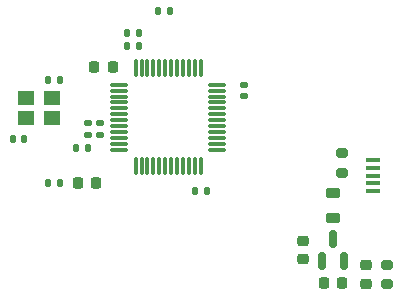
<source format=gbr>
%TF.GenerationSoftware,KiCad,Pcbnew,(6.0.9)*%
%TF.CreationDate,2023-03-20T19:11:49+01:00*%
%TF.ProjectId,STM32F103_prjct2,53544d33-3246-4313-9033-5f70726a6374,rev?*%
%TF.SameCoordinates,Original*%
%TF.FileFunction,Paste,Top*%
%TF.FilePolarity,Positive*%
%FSLAX46Y46*%
G04 Gerber Fmt 4.6, Leading zero omitted, Abs format (unit mm)*
G04 Created by KiCad (PCBNEW (6.0.9)) date 2023-03-20 19:11:49*
%MOMM*%
%LPD*%
G01*
G04 APERTURE LIST*
G04 Aperture macros list*
%AMRoundRect*
0 Rectangle with rounded corners*
0 $1 Rounding radius*
0 $2 $3 $4 $5 $6 $7 $8 $9 X,Y pos of 4 corners*
0 Add a 4 corners polygon primitive as box body*
4,1,4,$2,$3,$4,$5,$6,$7,$8,$9,$2,$3,0*
0 Add four circle primitives for the rounded corners*
1,1,$1+$1,$2,$3*
1,1,$1+$1,$4,$5*
1,1,$1+$1,$6,$7*
1,1,$1+$1,$8,$9*
0 Add four rect primitives between the rounded corners*
20,1,$1+$1,$2,$3,$4,$5,0*
20,1,$1+$1,$4,$5,$6,$7,0*
20,1,$1+$1,$6,$7,$8,$9,0*
20,1,$1+$1,$8,$9,$2,$3,0*%
G04 Aperture macros list end*
%ADD10R,1.400000X1.200000*%
%ADD11RoundRect,0.075000X-0.662500X-0.075000X0.662500X-0.075000X0.662500X0.075000X-0.662500X0.075000X0*%
%ADD12RoundRect,0.075000X-0.075000X-0.662500X0.075000X-0.662500X0.075000X0.662500X-0.075000X0.662500X0*%
%ADD13RoundRect,0.150000X0.150000X-0.587500X0.150000X0.587500X-0.150000X0.587500X-0.150000X-0.587500X0*%
%ADD14RoundRect,0.135000X0.135000X0.185000X-0.135000X0.185000X-0.135000X-0.185000X0.135000X-0.185000X0*%
%ADD15RoundRect,0.200000X-0.275000X0.200000X-0.275000X-0.200000X0.275000X-0.200000X0.275000X0.200000X0*%
%ADD16RoundRect,0.135000X-0.135000X-0.185000X0.135000X-0.185000X0.135000X0.185000X-0.135000X0.185000X0*%
%ADD17RoundRect,0.147500X-0.147500X-0.172500X0.147500X-0.172500X0.147500X0.172500X-0.147500X0.172500X0*%
%ADD18R,1.300000X0.450000*%
%ADD19RoundRect,0.218750X-0.381250X0.218750X-0.381250X-0.218750X0.381250X-0.218750X0.381250X0.218750X0*%
%ADD20RoundRect,0.218750X-0.218750X-0.256250X0.218750X-0.256250X0.218750X0.256250X-0.218750X0.256250X0*%
%ADD21RoundRect,0.218750X-0.256250X0.218750X-0.256250X-0.218750X0.256250X-0.218750X0.256250X0.218750X0*%
%ADD22RoundRect,0.140000X0.170000X-0.140000X0.170000X0.140000X-0.170000X0.140000X-0.170000X-0.140000X0*%
%ADD23RoundRect,0.140000X-0.140000X-0.170000X0.140000X-0.170000X0.140000X0.170000X-0.140000X0.170000X0*%
%ADD24RoundRect,0.140000X0.140000X0.170000X-0.140000X0.170000X-0.140000X-0.170000X0.140000X-0.170000X0*%
%ADD25RoundRect,0.140000X-0.170000X0.140000X-0.170000X-0.140000X0.170000X-0.140000X0.170000X0.140000X0*%
%ADD26RoundRect,0.225000X0.225000X0.250000X-0.225000X0.250000X-0.225000X-0.250000X0.225000X-0.250000X0*%
%ADD27RoundRect,0.225000X-0.250000X0.225000X-0.250000X-0.225000X0.250000X-0.225000X0.250000X0.225000X0*%
G04 APERTURE END LIST*
D10*
%TO.C,Y1*%
X152700000Y-77150000D03*
X150500000Y-77150000D03*
X150500000Y-78850000D03*
X152700000Y-78850000D03*
%TD*%
D11*
%TO.C,U2*%
X158397500Y-75990000D03*
X158397500Y-76490000D03*
X158397500Y-76990000D03*
X158397500Y-77490000D03*
X158397500Y-77990000D03*
X158397500Y-78490000D03*
X158397500Y-78990000D03*
X158397500Y-79490000D03*
X158397500Y-79990000D03*
X158397500Y-80490000D03*
X158397500Y-80990000D03*
X158397500Y-81490000D03*
D12*
X159810000Y-82902500D03*
X160310000Y-82902500D03*
X160810000Y-82902500D03*
X161310000Y-82902500D03*
X161810000Y-82902500D03*
X162310000Y-82902500D03*
X162810000Y-82902500D03*
X163310000Y-82902500D03*
X163810000Y-82902500D03*
X164310000Y-82902500D03*
X164810000Y-82902500D03*
X165310000Y-82902500D03*
D11*
X166722500Y-81490000D03*
X166722500Y-80990000D03*
X166722500Y-80490000D03*
X166722500Y-79990000D03*
X166722500Y-79490000D03*
X166722500Y-78990000D03*
X166722500Y-78490000D03*
X166722500Y-77990000D03*
X166722500Y-77490000D03*
X166722500Y-76990000D03*
X166722500Y-76490000D03*
X166722500Y-75990000D03*
D12*
X165310000Y-74577500D03*
X164810000Y-74577500D03*
X164310000Y-74577500D03*
X163810000Y-74577500D03*
X163310000Y-74577500D03*
X162810000Y-74577500D03*
X162310000Y-74577500D03*
X161810000Y-74577500D03*
X161310000Y-74577500D03*
X160810000Y-74577500D03*
X160310000Y-74577500D03*
X159810000Y-74577500D03*
%TD*%
D13*
%TO.C,U1*%
X175590000Y-90950500D03*
X177490000Y-90950500D03*
X176540000Y-89075500D03*
%TD*%
D14*
%TO.C,R4*%
X153418000Y-84328000D03*
X152398000Y-84328000D03*
%TD*%
D15*
%TO.C,R3*%
X177300000Y-83425000D03*
X177300000Y-81775000D03*
%TD*%
D16*
%TO.C,R2*%
X161740000Y-69750000D03*
X162760000Y-69750000D03*
%TD*%
D15*
%TO.C,R1*%
X181112000Y-91220000D03*
X181112000Y-92870000D03*
%TD*%
D17*
%TO.C,L1*%
X154795000Y-81320000D03*
X155765000Y-81320000D03*
%TD*%
D18*
%TO.C,J1*%
X179906000Y-82386000D03*
X179906000Y-83036000D03*
X179906000Y-83686000D03*
X179906000Y-84336000D03*
X179906000Y-84986000D03*
%TD*%
D19*
%TO.C,FB1*%
X176540000Y-85140500D03*
X176540000Y-87265500D03*
%TD*%
D20*
%TO.C,D2*%
X154914500Y-84328000D03*
X156489500Y-84328000D03*
%TD*%
D21*
%TO.C,D1*%
X179334000Y-91257500D03*
X179334000Y-92832500D03*
%TD*%
D22*
%TO.C,C11*%
X155750000Y-80230000D03*
X155750000Y-79270000D03*
%TD*%
%TO.C,C10*%
X156800000Y-79270000D03*
X156800000Y-80230000D03*
%TD*%
D23*
%TO.C,C9*%
X159120000Y-71600000D03*
X160080000Y-71600000D03*
%TD*%
D24*
%TO.C,C8*%
X164874000Y-85000000D03*
X165834000Y-85000000D03*
%TD*%
%TO.C,C7*%
X150380000Y-80600000D03*
X149420000Y-80600000D03*
%TD*%
D25*
%TO.C,C6*%
X169000000Y-76960000D03*
X169000000Y-76000000D03*
%TD*%
D23*
%TO.C,C5*%
X160080000Y-72700000D03*
X159120000Y-72700000D03*
%TD*%
D24*
%TO.C,C4*%
X152428000Y-75600000D03*
X153388000Y-75600000D03*
%TD*%
D26*
%TO.C,C3*%
X156325000Y-74500000D03*
X157875000Y-74500000D03*
%TD*%
%TO.C,C2*%
X177315000Y-92807000D03*
X175765000Y-92807000D03*
%TD*%
D27*
%TO.C,C1*%
X174000000Y-89225000D03*
X174000000Y-90775000D03*
%TD*%
M02*

</source>
